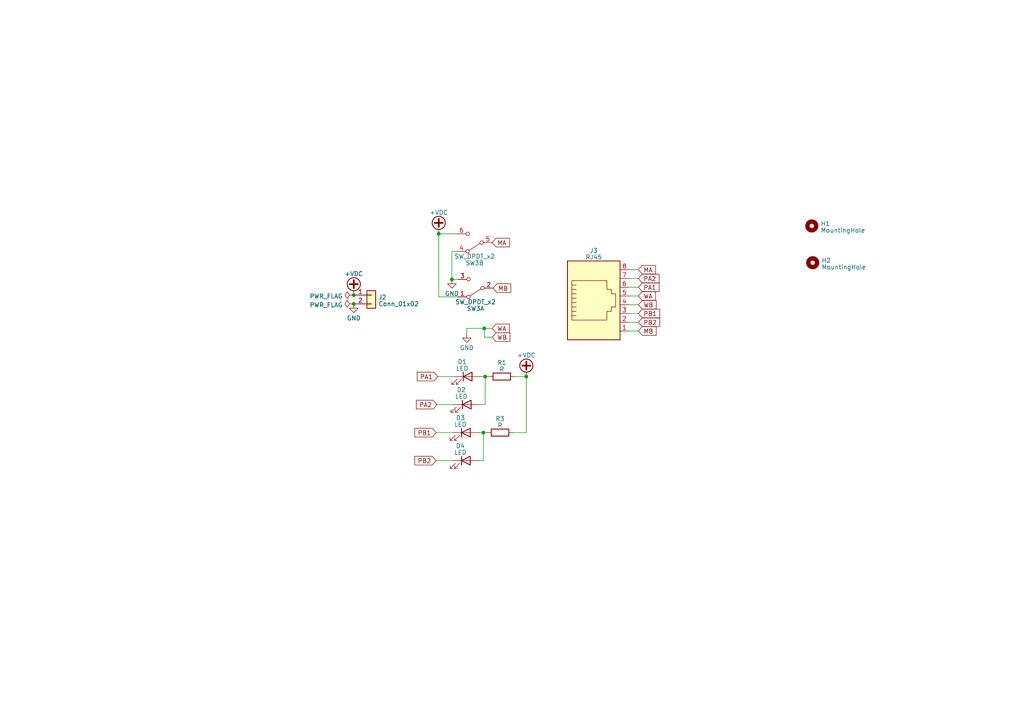
<source format=kicad_sch>
(kicad_sch (version 20230121) (generator eeschema)
  (paper "A4")
  (lib_symbols
    (symbol "Connector:RJ45" (pin_names (offset 1.016))
      (property "Reference" "J" (at -5.08 13.97 0))
      (property "Value" "RJ45" (at 2.54 13.97 0))
      (symbol "RJ45_0_1"
        (polyline (pts (xy -5.08 4.445) (xy -6.35 4.445)))
        (polyline (pts (xy -5.08 5.715) (xy -6.35 5.715)))
        (polyline (pts (xy -6.35 -3.175) (xy -5.08 -3.175) (xy -5.08 -3.175)))
        (polyline (pts (xy -6.35 -1.905) (xy -5.08 -1.905) (xy -5.08 -1.905)))
        (polyline (pts (xy -6.35 -0.635) (xy -5.08 -0.635) (xy -5.08 -0.635)))
        (polyline (pts (xy -6.35 0.635) (xy -5.08 0.635) (xy -5.08 0.635)))
        (polyline (pts (xy -6.35 1.905) (xy -5.08 1.905) (xy -5.08 1.905)))
        (polyline (pts (xy -5.08 3.175) (xy -6.35 3.175) (xy -6.35 3.175)))
        (polyline (pts (xy -6.35 -4.445) (xy -6.35 6.985) (xy 3.81 6.985) (xy 3.81 4.445) (xy 5.08 4.445) (xy 5.08 3.175) (xy 6.35 3.175) (xy 6.35 -0.635) (xy 5.08 -0.635) (xy 5.08 -1.905) (xy 3.81 -1.905) (xy 3.81 -4.445) (xy -6.35 -4.445) (xy -6.35 -4.445)))
        (rectangle (start 7.62 12.7) (end -7.62 -10.16) (stroke (width 0.254)) (fill (type background)))
      )
      (symbol "RJ45_1_1"
        (pin passive line (at 10.16 -7.62 180) (length 2.54) (name "~") (number "1"))
        (pin passive line (at 10.16 -5.08 180) (length 2.54) (name "~") (number "2"))
        (pin passive line (at 10.16 -2.54 180) (length 2.54) (name "~") (number "3"))
        (pin passive line (at 10.16 0 180) (length 2.54) (name "~") (number "4"))
        (pin passive line (at 10.16 2.54 180) (length 2.54) (name "~") (number "5"))
        (pin passive line (at 10.16 5.08 180) (length 2.54) (name "~") (number "6"))
        (pin passive line (at 10.16 7.62 180) (length 2.54) (name "~") (number "7"))
        (pin passive line (at 10.16 10.16 180) (length 2.54) (name "~") (number "8"))
      )
    )
    (symbol "Connector_Generic:Conn_01x02" (pin_names (offset 1.016) hide)
      (property "Reference" "J" (at 0 2.54 0))
      (property "Value" "Conn_01x02" (at 0 -5.08 0))
      (symbol "Conn_01x02_1_1"
        (rectangle (start -1.27 -2.413) (end 0 -2.667) (stroke (width 0.1524)))
        (rectangle (start -1.27 0.127) (end 0 -0.127) (stroke (width 0.1524)))
        (rectangle (start -1.27 1.27) (end 1.27 -3.81) (stroke (width 0.254)) (fill (type background)))
        (pin passive line (at -5.08 0 0) (length 3.81) (name "Pin_1") (number "1"))
        (pin passive line (at -5.08 -2.54 0) (length 3.81) (name "Pin_2") (number "2"))
      )
    )
    (symbol "Device:LED" (pin_numbers hide) (pin_names (offset 1.016) hide)
      (property "Reference" "D" (at 0 2.54 0))
      (property "Value" "LED" (at 0 -2.54 0))
      (symbol "LED_0_1"
        (polyline (pts (xy -1.27 -1.27) (xy -1.27 1.27)) (stroke (width 0.254)))
        (polyline (pts (xy -1.27 0) (xy 1.27 0)))
        (polyline (pts (xy 1.27 -1.27) (xy 1.27 1.27) (xy -1.27 0) (xy 1.27 -1.27)) (stroke (width 0.254)))
        (polyline (pts (xy -3.048 -0.762) (xy -4.572 -2.286) (xy -3.81 -2.286) (xy -4.572 -2.286) (xy -4.572 -1.524)))
        (polyline (pts (xy -1.778 -0.762) (xy -3.302 -2.286) (xy -2.54 -2.286) (xy -3.302 -2.286) (xy -3.302 -1.524)))
      )
      (symbol "LED_1_1"
        (pin passive line (at -3.81 0 0) (length 2.54) (name "K") (number "1"))
        (pin passive line (at 3.81 0 180) (length 2.54) (name "A") (number "2"))
      )
    )
    (symbol "Device:R" (pin_numbers hide) (pin_names (offset 0))
      (property "Reference" "R" (at 2.032 0 90))
      (property "Value" "R" (at 0 0 90))
      (symbol "R_0_1"
        (rectangle (start -1.016 -2.54) (end 1.016 2.54) (stroke (width 0.254)))
      )
      (symbol "R_1_1"
        (pin passive line (at 0 3.81 270) (length 1.27) (name "~") (number "1"))
        (pin passive line (at 0 -3.81 90) (length 1.27) (name "~") (number "2"))
      )
    )
    (symbol "Mechanical:MountingHole" (pin_names (offset 1.016))
      (property "Reference" "H" (at 0 5.08 0))
      (property "Value" "MountingHole" (at 0 3.175 0))
      (symbol "MountingHole_0_1"
        (circle (center 0 0) (radius 1.27) (stroke (width 1.27)))
      )
    )
    (symbol "Switch:SW_DPDT_x2" (pin_names (offset 0) hide)
      (property "Reference" "SW" (at 0 4.318 0))
      (property "Value" "SW_DPDT_x2" (at 0 -5.08 0))
      (symbol "SW_DPDT_x2_0_0"
        (circle (center -2.032 0) (radius 0.508))
        (circle (center 2.032 -2.54) (radius 0.508))
      )
      (symbol "SW_DPDT_x2_0_1"
        (polyline (pts (xy -1.524 0.254) (xy 1.651 2.286)))
        (circle (center 2.032 2.54) (radius 0.508))
      )
      (symbol "SW_DPDT_x2_1_1"
        (pin passive line (at 5.08 2.54 180) (length 2.54) (name "A") (number "1"))
        (pin passive line (at -5.08 0 0) (length 2.54) (name "B") (number "2"))
        (pin passive line (at 5.08 -2.54 180) (length 2.54) (name "C") (number "3"))
      )
      (symbol "SW_DPDT_x2_2_1"
        (pin passive line (at 5.08 2.54 180) (length 2.54) (name "A") (number "4"))
        (pin passive line (at -5.08 0 0) (length 2.54) (name "B") (number "5"))
        (pin passive line (at 5.08 -2.54 180) (length 2.54) (name "C") (number "6"))
      )
    )
    (symbol "power:+VDC" (power) (pin_names (offset 0))
      (property "Value" "+VDC" (at 0 6.35 0))
      (symbol "+VDC_0_1"
        (polyline (pts (xy -1.143 3.175) (xy 1.143 3.175)) (stroke (width 0.508)))
        (polyline (pts (xy 0 0) (xy 0 1.27)))
        (polyline (pts (xy 0 2.032) (xy 0 4.318)) (stroke (width 0.508)))
        (circle (center 0 3.175) (radius 1.905) (stroke (width 0.254)))
      )
      (symbol "+VDC_1_1"
        (pin power_in line (at 0 0 90) (length 0) hide (name "+VDC") (number "1"))
      )
    )
    (symbol "power:GND" (power) (pin_names (offset 0))
      (property "Value" "GND" (at 0 -3.81 0))
      (symbol "GND_0_1"
        (polyline (pts (xy 0 0) (xy 0 -1.27) (xy 1.27 -1.27) (xy 0 -2.54) (xy -1.27 -1.27) (xy 0 -1.27)))
      )
      (symbol "GND_1_1"
        (pin power_in line (at 0 0 270) (length 0) hide (name "GND") (number "1"))
      )
    )
    (symbol "power:PWR_FLAG" (power) (pin_numbers hide) (pin_names (offset 0) hide)
      (property "Value" "PWR_FLAG" (at 0 3.81 0))
      (symbol "PWR_FLAG_0_0"
        (pin power_out line (at 0 0 90) (length 0) (name "pwr") (number "1"))
      )
      (symbol "PWR_FLAG_0_1"
        (polyline (pts (xy 0 0) (xy 0 1.27) (xy -1.016 1.905) (xy 0 2.54) (xy 1.016 1.905) (xy 0 1.27)))
      )
    )
  )
  (junction (at 102.616 85.598))
  (junction (at 131.064 81.026))
  (junction (at 140.208 125.476))
  (junction (at 102.616 88.138))
  (junction (at 127.254 67.818))
  (junction (at 140.462 95.25))
  (junction (at 152.654 109.22))
  (junction (at 140.716 109.22))
  (wire (pts (xy 148.844 125.476) (xy 152.654 125.476)))
  (wire (pts (xy 152.654 109.22) (xy 152.654 125.476)))
  (wire (pts (xy 140.208 133.604) (xy 140.208 125.476)))
  (wire (pts (xy 182.372 80.772) (xy 185.166 80.772)))
  (wire (pts (xy 140.208 125.476) (xy 141.224 125.476)))
  (wire (pts (xy 182.372 96.012) (xy 185.166 96.012)))
  (wire (pts (xy 127.254 86.106) (xy 132.842 86.106)))
  (wire (pts (xy 139.192 117.348) (xy 140.716 117.348)))
  (wire (pts (xy 135.382 95.25) (xy 140.462 95.25)))
  (wire (pts (xy 182.372 85.852) (xy 185.166 85.852)))
  (wire (pts (xy 131.064 72.898) (xy 131.064 81.026)))
  (wire (pts (xy 135.382 96.774) (xy 135.382 95.25)))
  (wire (pts (xy 182.372 90.932) (xy 185.166 90.932)))
  (wire (pts (xy 127.254 67.818) (xy 127.254 86.106)))
  (wire (pts (xy 140.462 95.25) (xy 142.748 95.25)))
  (wire (pts (xy 126.746 117.348) (xy 131.572 117.348)))
  (wire (pts (xy 138.938 125.476) (xy 140.208 125.476)))
  (wire (pts (xy 182.372 78.232) (xy 185.166 78.232)))
  (wire (pts (xy 138.938 133.604) (xy 140.208 133.604)))
  (wire (pts (xy 140.716 117.348) (xy 140.716 109.22)))
  (wire (pts (xy 132.588 72.898) (xy 131.064 72.898)))
  (wire (pts (xy 127 109.22) (xy 131.826 109.22)))
  (wire (pts (xy 139.446 109.22) (xy 140.716 109.22)))
  (wire (pts (xy 142.748 97.79) (xy 140.462 97.79)))
  (wire (pts (xy 140.716 109.22) (xy 141.732 109.22)))
  (wire (pts (xy 126.492 125.476) (xy 131.318 125.476)))
  (wire (pts (xy 131.064 81.026) (xy 132.842 81.026)))
  (wire (pts (xy 149.352 109.22) (xy 152.654 109.22)))
  (wire (pts (xy 182.372 88.392) (xy 185.166 88.392)))
  (wire (pts (xy 140.462 97.79) (xy 140.462 95.25)))
  (wire (pts (xy 132.588 67.818) (xy 127.254 67.818)))
  (wire (pts (xy 182.372 83.312) (xy 185.166 83.312)))
  (wire (pts (xy 126.492 133.604) (xy 131.318 133.604)))
  (wire (pts (xy 182.372 93.472) (xy 185.166 93.472)))
  (global_label "PB2" (shape input) (at 185.166 93.472 0) (property "Intersheetrefs" "${INTERSHEET_REFS}" (effects hide)))
  (global_label "PB2" (shape input) (at 126.492 133.604 180) (property "Intersheetrefs" "${INTERSHEET_REFS}" (effects hide)))
  (global_label "PB1" (shape input) (at 185.166 90.932 0) (property "Intersheetrefs" "${INTERSHEET_REFS}" (effects hide)))
  (global_label "WB" (shape input) (at 185.166 88.392 0) (property "Intersheetrefs" "${INTERSHEET_REFS}" (effects hide)))
  (global_label "MA" (shape input) (at 185.166 78.232 0) (property "Intersheetrefs" "${INTERSHEET_REFS}" (effects hide)))
  (global_label "PA2" (shape input) (at 126.746 117.348 180) (property "Intersheetrefs" "${INTERSHEET_REFS}" (effects hide)))
  (global_label "PA1" (shape input) (at 127 109.22 180) (property "Intersheetrefs" "${INTERSHEET_REFS}" (effects hide)))
  (global_label "PB1" (shape input) (at 126.492 125.476 180) (property "Intersheetrefs" "${INTERSHEET_REFS}" (effects hide)))
  (global_label "MB" (shape input) (at 143.002 83.566 0) (property "Intersheetrefs" "${INTERSHEET_REFS}" (effects hide)))
  (global_label "PA1" (shape input) (at 185.166 83.312 0) (property "Intersheetrefs" "${INTERSHEET_REFS}" (effects hide)))
  (global_label "WB" (shape input) (at 142.748 97.79 0) (property "Intersheetrefs" "${INTERSHEET_REFS}" (effects hide)))
  (global_label "WA" (shape input) (at 142.748 95.25 0) (property "Intersheetrefs" "${INTERSHEET_REFS}" (effects hide)))
  (global_label "PA2" (shape input) (at 185.166 80.772 0) (property "Intersheetrefs" "${INTERSHEET_REFS}" (effects hide)))
  (global_label "WA" (shape input) (at 185.166 85.852 0) (property "Intersheetrefs" "${INTERSHEET_REFS}" (effects hide)))
  (global_label "MB" (shape input) (at 185.166 96.012 0) (property "Intersheetrefs" "${INTERSHEET_REFS}" (effects hide)))
  (global_label "MA" (shape input) (at 142.748 70.358 0) (property "Intersheetrefs" "${INTERSHEET_REFS}" (effects hide)))
  (symbol (lib_id "Mechanical:MountingHole") (at 235.458 65.532 0) (unit 1)
    (property "Reference" "H1" (at 237.998 64.8883 0) (effects (justify left)))
    (property "Value" "MountingHole" (at 237.998 66.8093 0) (effects (justify left)))
    (property "Footprint" "MountingHole:MountingHole_3.2mm_M3" (effects hide))
  )
  (symbol (lib_id "Device:LED") (at 135.382 117.348 0) (unit 1)
    (property "Reference" "D2" (at 133.7945 113.0681 0))
    (property "Value" "LED" (at 133.7945 114.9891 0))
    (property "Footprint" "LED_THT:LED_D5.0mm" (effects hide))
  )
  (symbol (lib_id "power:+VDC") (at 152.654 109.22 0) (unit 1)
    (property "Reference" "#PWR06" (effects hide))
    (property "Value" "+VDC" (at 152.654 103.0511 0))
  )
  (symbol (lib_id "Connector:RJ45") (at 172.212 88.392 0) (unit 1)
    (property "Reference" "J3" (at 172.212 72.6821 0))
    (property "Value" "RJ45" (at 172.212 74.6031 0))
    (property "Footprint" "Connector_RJ:RJ45_Amphenol_54602-x08_Horizontal" (effects hide))
  )
  (symbol (lib_id "Device:LED") (at 135.128 125.476 0) (unit 1)
    (property "Reference" "D3" (at 133.5405 121.1961 0))
    (property "Value" "LED" (at 133.5405 123.1171 0))
    (property "Footprint" "LED_THT:LED_D5.0mm" (effects hide))
  )
  (symbol (lib_id "Connector_Generic:Conn_01x02") (at 107.696 85.598 0) (unit 1)
    (property "Reference" "J2" (at 109.728 86.2243 0) (effects (justify left)))
    (property "Value" "Conn_01x02" (at 109.728 88.1453 0) (effects (justify left)))
    (property "Footprint" "Connector_PinHeader_2.54mm:PinHeader_1x02_P2.54mm_Vertical" (effects hide))
  )
  (symbol (lib_id "power:PWR_FLAG") (at 102.616 85.598 90) (unit 1)
    (property "Reference" "#FLG01" (effects hide))
    (property "Value" "PWR_FLAG" (at 99.4411 85.9148 90) (effects (justify left)))
  )
  (symbol (lib_id "power:+VDC") (at 102.616 85.598 0) (unit 1)
    (property "Reference" "#PWR02" (effects hide))
    (property "Value" "+VDC" (at 102.616 79.4291 0))
  )
  (symbol (lib_id "Device:LED") (at 135.128 133.604 0) (unit 1)
    (property "Reference" "D4" (at 133.5405 129.3241 0))
    (property "Value" "LED" (at 133.5405 131.2451 0))
    (property "Footprint" "LED_THT:LED_D5.0mm" (effects hide))
  )
  (symbol (lib_id "power:PWR_FLAG") (at 102.616 88.138 90) (unit 1)
    (property "Reference" "#FLG02" (effects hide))
    (property "Value" "PWR_FLAG" (at 99.4411 88.4548 90) (effects (justify left)))
  )
  (symbol (lib_id "power:GND") (at 102.616 88.138 0) (unit 1)
    (property "Reference" "#PWR01" (effects hide))
    (property "Value" "GND" (at 102.616 92.2735 0))
  )
  (symbol (lib_id "Device:R") (at 145.034 125.476 90) (unit 1)
    (property "Reference" "R3" (at 145.034 121.4501 90))
    (property "Value" "R" (at 145.034 123.3711 90))
    (property "Footprint" "Resistor_THT:R_Axial_DIN0309_L9.0mm_D3.2mm_P12.70mm_Horizontal" (effects hide))
  )
  (symbol (lib_id "Switch:SW_DPDT_x2") (at 137.922 83.566 180) (unit 1)
    (property "Reference" "SW3" (at 137.922 89.4969 0))
    (property "Value" "SW_DPDT_x2" (at 137.922 87.5759 0))
    (property "Footprint" "my footprints:DPDT Switch PTH" (effects hide))
  )
  (symbol (lib_id "power:+VDC") (at 127.254 67.818 0) (unit 1)
    (property "Reference" "#PWR04" (effects hide))
    (property "Value" "+VDC" (at 127.254 61.6491 0))
  )
  (symbol (lib_id "power:GND") (at 131.064 81.026 0) (unit 1)
    (property "Reference" "#PWR03" (effects hide))
    (property "Value" "GND" (at 131.064 85.1615 0))
  )
  (symbol (lib_id "Device:R") (at 145.542 109.22 90) (unit 1)
    (property "Reference" "R1" (at 145.542 105.1941 90))
    (property "Value" "R" (at 145.542 107.1151 90))
    (property "Footprint" "Resistor_THT:R_Axial_DIN0309_L9.0mm_D3.2mm_P12.70mm_Horizontal" (effects hide))
  )
  (symbol (lib_id "power:GND") (at 135.382 96.774 0) (unit 1)
    (property "Reference" "#PWR05" (effects hide))
    (property "Value" "GND" (at 135.382 100.9095 0))
  )
  (symbol (lib_id "Switch:SW_DPDT_x2") (at 137.668 70.358 180) (unit 2)
    (property "Reference" "SW3" (at 137.668 76.2889 0))
    (property "Value" "SW_DPDT_x2" (at 137.668 74.3679 0))
    (property "Footprint" "my footprints:DPDT Switch PTH" (effects hide))
  )
  (symbol (lib_id "Mechanical:MountingHole") (at 235.712 76.2 0) (unit 1)
    (property "Reference" "H2" (at 238.252 75.5563 0) (effects (justify left)))
    (property "Value" "MountingHole" (at 238.252 77.4773 0) (effects (justify left)))
    (property "Footprint" "MountingHole:MountingHole_3.2mm_M3" (effects hide))
  )
  (symbol (lib_id "Device:LED") (at 135.636 109.22 0) (unit 1)
    (property "Reference" "D1" (at 134.0485 104.9401 0))
    (property "Value" "LED" (at 134.0485 106.8611 0))
    (property "Footprint" "LED_THT:LED_D5.0mm" (effects hide))
  )
)
</source>
